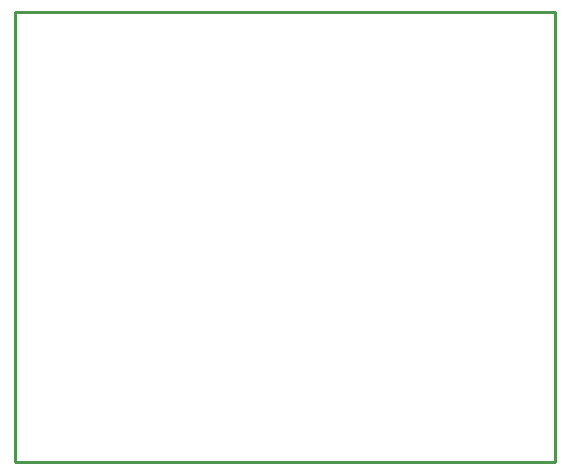
<source format=gbr>
G04 start of page 4 for group 2 idx 2 *
G04 Title: (unknown), outline *
G04 Creator: pcb 20140316 *
G04 CreationDate: Thu 21 Jan 2016 04:01:36 PM GMT UTC *
G04 For: ndholmes *
G04 Format: Gerber/RS-274X *
G04 PCB-Dimensions (mil): 1800.00 1500.00 *
G04 PCB-Coordinate-Origin: lower left *
%MOIN*%
%FSLAX25Y25*%
%LNOUTLINE*%
%ADD52C,0.0100*%
G54D52*X0Y150000D02*X180000D01*
Y0D01*
X0D01*
Y150000D01*
M02*

</source>
